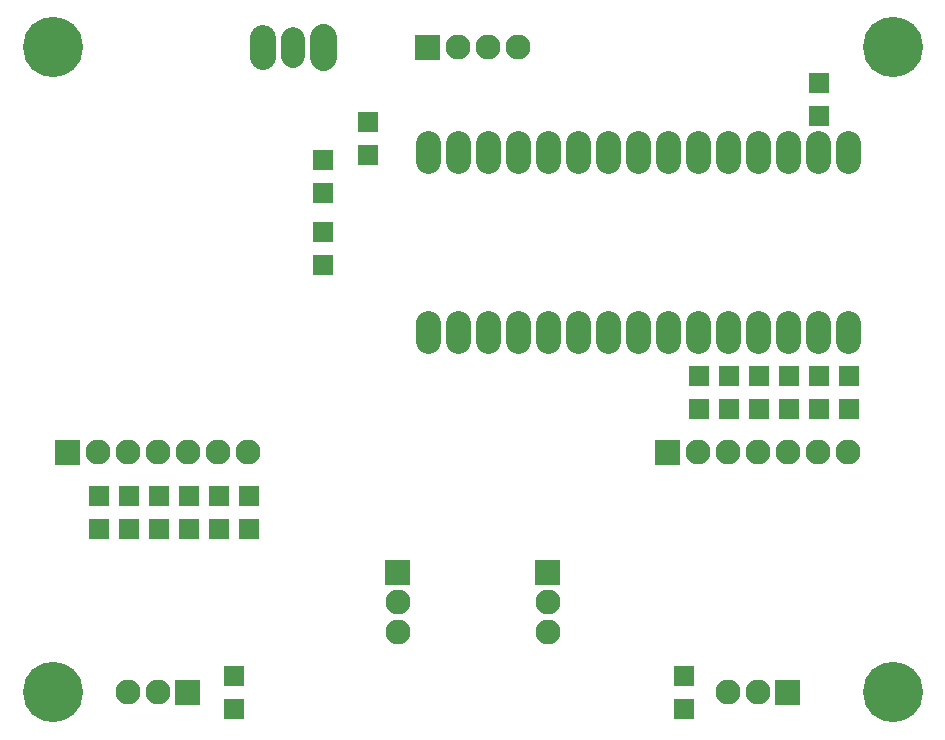
<source format=gbr>
%FSLAX34Y34*%
%MOMM*%
%LNSOLDERMASK_TOP*%
G71*
G01*
%ADD10C, 2.120*%
%ADD11C, 2.000*%
%ADD12C, 2.100*%
%ADD13R, 1.800X1.800*%
%ADD14C, 2.300*%
%ADD15C, 2.000*%
%ADD16C, 2.200*%
%ADD17C, 5.100*%
%LPD*%
G36*
X345000Y975800D02*
X366200Y975800D01*
X366200Y954600D01*
X345000Y954600D01*
X345000Y975800D01*
G37*
X381000Y965200D02*
G54D10*
D03*
X406400Y965200D02*
G54D10*
D03*
X431800Y965200D02*
G54D10*
D03*
G36*
X40200Y632900D02*
X61400Y632900D01*
X61400Y611700D01*
X40200Y611700D01*
X40200Y632900D01*
G37*
X76200Y622300D02*
G54D10*
D03*
X101600Y622300D02*
G54D10*
D03*
X127000Y622300D02*
G54D10*
D03*
X152400Y622300D02*
G54D10*
D03*
X177800Y622300D02*
G54D10*
D03*
X203200Y622300D02*
G54D10*
D03*
G36*
X548200Y632900D02*
X569400Y632900D01*
X569400Y611700D01*
X548200Y611700D01*
X548200Y632900D01*
G37*
X584200Y622300D02*
G54D10*
D03*
X609600Y622300D02*
G54D10*
D03*
X635000Y622300D02*
G54D10*
D03*
X660400Y622300D02*
G54D10*
D03*
X685800Y622300D02*
G54D10*
D03*
X711200Y622300D02*
G54D10*
D03*
G36*
X671000Y408500D02*
X649800Y408500D01*
X649800Y429700D01*
X671000Y429700D01*
X671000Y408500D01*
G37*
X635000Y419100D02*
G54D10*
D03*
X609600Y419100D02*
G54D10*
D03*
G36*
X163000Y408500D02*
X141800Y408500D01*
X141800Y429700D01*
X163000Y429700D01*
X163000Y408500D01*
G37*
X127000Y419100D02*
G54D10*
D03*
X101600Y419100D02*
G54D10*
D03*
G36*
X345600Y733900D02*
X365600Y733900D01*
X365600Y713900D01*
X345600Y713900D01*
X345600Y733900D01*
G37*
X381000Y723900D02*
G54D11*
D03*
X406400Y723900D02*
G54D11*
D03*
X431800Y723900D02*
G54D11*
D03*
X457200Y723900D02*
G54D11*
D03*
X482600Y723900D02*
G54D11*
D03*
X508000Y723900D02*
G54D11*
D03*
X533400Y723900D02*
G54D11*
D03*
X558800Y723900D02*
G54D11*
D03*
X584200Y723900D02*
G54D11*
D03*
X609600Y723900D02*
G54D11*
D03*
X635000Y723900D02*
G54D11*
D03*
X660400Y723900D02*
G54D11*
D03*
X685800Y723900D02*
G54D11*
D03*
X711200Y723900D02*
G54D11*
D03*
X711200Y876300D02*
G54D11*
D03*
X685800Y876300D02*
G54D11*
D03*
X660400Y876300D02*
G54D11*
D03*
X635000Y876300D02*
G54D11*
D03*
X609600Y876300D02*
G54D11*
D03*
X584200Y876300D02*
G54D11*
D03*
X558800Y876300D02*
G54D11*
D03*
X533400Y876300D02*
G54D11*
D03*
X508000Y876300D02*
G54D11*
D03*
X482600Y876300D02*
G54D11*
D03*
X457200Y876300D02*
G54D11*
D03*
X431800Y876300D02*
G54D11*
D03*
X406400Y876300D02*
G54D11*
D03*
X381000Y876300D02*
G54D11*
D03*
X355600Y876300D02*
G54D11*
D03*
G54D12*
X355600Y883800D02*
X355600Y868800D01*
G54D12*
X381000Y883800D02*
X381000Y868800D01*
G54D12*
X406400Y883800D02*
X406400Y868800D01*
G54D12*
X431800Y883800D02*
X431800Y868800D01*
G54D12*
X457200Y883800D02*
X457200Y868800D01*
G54D12*
X482600Y883800D02*
X482600Y868800D01*
G54D12*
X508000Y883800D02*
X508000Y868800D01*
G54D12*
X533400Y883800D02*
X533400Y868800D01*
G54D12*
X558800Y883800D02*
X558800Y868800D01*
G54D12*
X584200Y883800D02*
X584200Y868800D01*
G54D12*
X609600Y883800D02*
X609600Y868800D01*
G54D12*
X635000Y883800D02*
X635000Y868800D01*
G54D12*
X660400Y883800D02*
X660400Y868800D01*
G54D12*
X685800Y883800D02*
X685800Y868800D01*
G54D12*
X711200Y883800D02*
X711200Y868800D01*
G54D12*
X711200Y731400D02*
X711200Y716400D01*
G54D12*
X685800Y731400D02*
X685800Y716400D01*
G54D12*
X660400Y731400D02*
X660400Y716400D01*
G54D12*
X635000Y731400D02*
X635000Y716400D01*
G54D12*
X609600Y731400D02*
X609600Y716400D01*
G54D12*
X584200Y731400D02*
X584200Y716400D01*
G54D12*
X558800Y731400D02*
X558800Y716400D01*
G54D12*
X533400Y731400D02*
X533400Y716400D01*
G54D12*
X508000Y731400D02*
X508000Y716400D01*
G54D12*
X482600Y731400D02*
X482600Y716400D01*
G54D12*
X457200Y731400D02*
X457200Y716400D01*
G54D12*
X431800Y731400D02*
X431800Y716400D01*
G54D12*
X406400Y731400D02*
X406400Y716400D01*
G54D12*
X381000Y731400D02*
X381000Y716400D01*
G54D12*
X355600Y731400D02*
X355600Y716400D01*
X585500Y687100D02*
G54D13*
D03*
X585500Y659100D02*
G54D13*
D03*
X610900Y687100D02*
G54D13*
D03*
X610900Y659100D02*
G54D13*
D03*
X636300Y687100D02*
G54D13*
D03*
X636300Y659100D02*
G54D13*
D03*
X661700Y687100D02*
G54D13*
D03*
X661700Y659100D02*
G54D13*
D03*
X687100Y687100D02*
G54D13*
D03*
X687100Y659100D02*
G54D13*
D03*
X712500Y687100D02*
G54D13*
D03*
X712500Y659100D02*
G54D13*
D03*
X77500Y585500D02*
G54D13*
D03*
X77500Y557500D02*
G54D13*
D03*
X102900Y585500D02*
G54D13*
D03*
X102900Y557500D02*
G54D13*
D03*
X128300Y585500D02*
G54D13*
D03*
X128300Y557500D02*
G54D13*
D03*
X153700Y585500D02*
G54D13*
D03*
X153700Y557500D02*
G54D13*
D03*
X179100Y585500D02*
G54D13*
D03*
X179100Y557500D02*
G54D13*
D03*
X204500Y585500D02*
G54D13*
D03*
X204500Y557500D02*
G54D13*
D03*
G36*
X340800Y531300D02*
X340800Y510100D01*
X319600Y510100D01*
X319600Y531300D01*
X340800Y531300D01*
G37*
X330200Y495300D02*
G54D10*
D03*
X330200Y469900D02*
G54D10*
D03*
G36*
X467800Y531300D02*
X467800Y510100D01*
X446600Y510100D01*
X446600Y531300D01*
X467800Y531300D01*
G37*
X457200Y495300D02*
G54D10*
D03*
X457200Y469900D02*
G54D10*
D03*
G36*
X205300Y975800D02*
X226500Y975800D01*
X226500Y954600D01*
X205300Y954600D01*
X205300Y975800D01*
G37*
X241300Y965200D02*
G54D10*
D03*
X266700Y965200D02*
G54D10*
D03*
G54D14*
X266700Y973700D02*
X266700Y956700D01*
G54D15*
X241300Y972200D02*
X241300Y958200D01*
G54D16*
X215900Y973200D02*
X215900Y957200D01*
X38100Y419100D02*
G54D17*
D03*
X749300Y419100D02*
G54D17*
D03*
X749300Y965200D02*
G54D17*
D03*
X38100Y965200D02*
G54D17*
D03*
X191800Y405100D02*
G54D13*
D03*
X191800Y433100D02*
G54D13*
D03*
X304800Y901700D02*
G54D13*
D03*
X304800Y873700D02*
G54D13*
D03*
X572800Y405100D02*
G54D13*
D03*
X572800Y433100D02*
G54D13*
D03*
X687100Y934750D02*
G54D13*
D03*
X687100Y906750D02*
G54D13*
D03*
X266700Y781050D02*
G54D13*
D03*
X266700Y809050D02*
G54D13*
D03*
X266700Y869950D02*
G54D13*
D03*
X266700Y841950D02*
G54D13*
D03*
M02*

</source>
